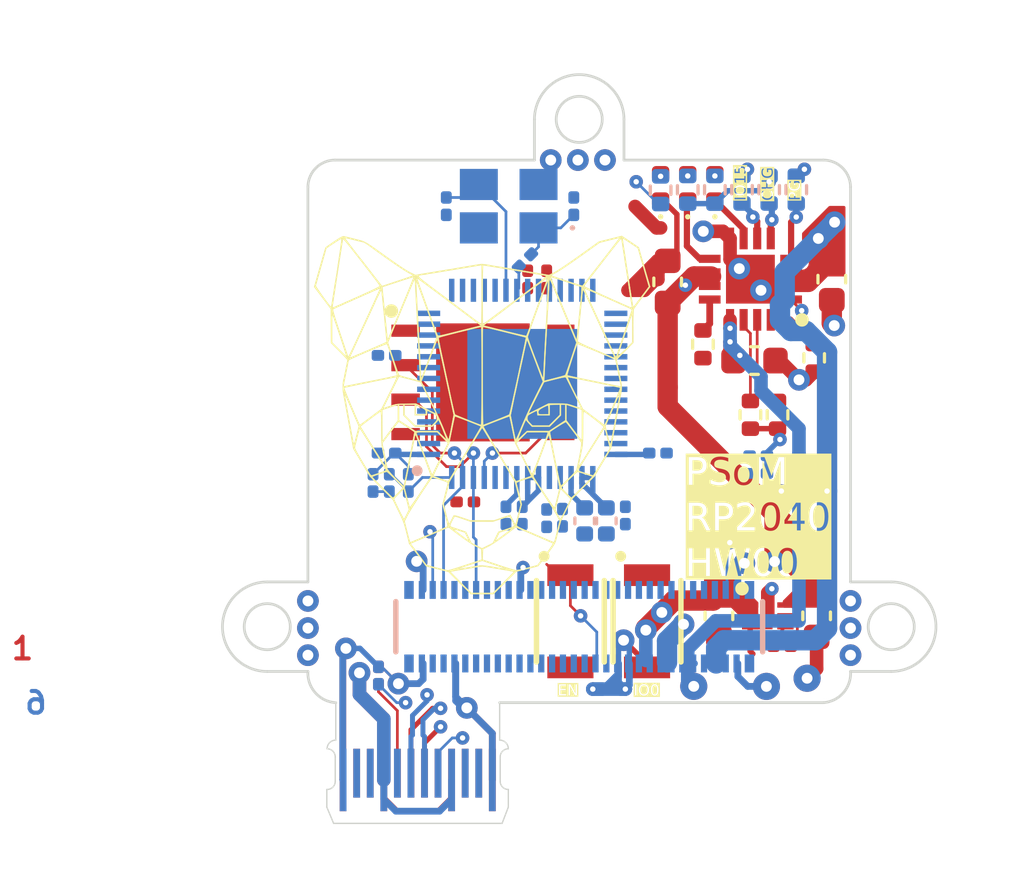
<source format=kicad_pcb>
(kicad_pcb (version 20221018) (generator pcbnew)
  (layers (0 "F.Cu" signal) (1 "In1.Cu" power) (2 "In2.Cu" mixed) (3 "In3.Cu" mixed) (4 "In4.Cu" power) (31 "B.Cu" signal) (34 "B.Paste" user) (35 "F.Paste" user) (36 "B.SilkS" user "B.Silkscreen") (37 "F.SilkS" user "F.Silkscreen") (38 "B.Mask" user) (39 "F.Mask" user) (44 "Edge.Cuts" user))
  (net 0 "")
  (net 1 "/VBAT")
  (net 2 "GND")
  (net 3 "VBUS")
  (net 4 "/VSYS")
  (net 5 "+3V3")
  (net 6 "/500_RP2040/DM")
  (net 7 "/500_RP2040/DP")
  (net 8 "Net-(C201-Pad1)")
  (net 9 "+1V1")
  (net 10 "Net-(C511-Pad1)")
  (net 11 "/500_RP2040/XIN")
  (net 12 "/300_1S_Charger/BQ_PGOOD")
  (net 13 "/300_1S_Charger/LED_PG")
  (net 14 "/300_1S_Charger/BQ_CHG")
  (net 15 "IO0")
  (net 16 "IO1")
  (net 17 "SPI0")
  (net 18 "IO2")
  (net 19 "SPI1")
  (net 20 "IO3")
  (net 21 "SPI2")
  (net 22 "IO4")
  (net 23 "SPI3")
  (net 24 "IO5")
  (net 25 "SPI4")
  (net 26 "IO6")
  (net 27 "SPI5")
  (net 28 "IO7")
  (net 29 "IO8")
  (net 30 "/300_1S_Charger/LED_CHG")
  (net 31 "IO9")
  (net 32 "IO10")
  (net 33 "IO11")
  (net 34 "IO12")
  (net 35 "IO13")
  (net 36 "IO14")
  (net 37 "IO15")
  (net 38 "IO16")
  (net 39 "IO17")
  (net 40 "IO18")
  (net 41 "IO21")
  (net 42 "/500_RP2040/LED_NET")
  (net 43 "/200_Connectors/CC1")
  (net 44 "/200_Connectors/D+")
  (net 45 "/200_Connectors/D-")
  (net 47 "/200_Connectors/CC2")
  (net 49 "/200_Connectors/BATTERY_TEMP")
  (net 50 "/200_Connectors/EN")
  (net 51 "IO19")
  (net 52 "IO20")
  (net 53 "IO22")
  (net 54 "IO23")
  (net 55 "IO24")
  (net 56 "IO25")
  (net 57 "IO26")
  (net 58 "IO27")
  (net 59 "/300_1S_Charger/BQ_CE")
  (net 60 "/300_1S_Charger/ISET")
  (net 61 "/300_1S_Charger/SYSOFF")
  (net 62 "/300_1S_Charger/TMR")
  (net 63 "/300_1S_Charger/ILIM")
  (net 64 "/300_1S_Charger/EN1")
  (net 65 "/300_1S_Charger/EN2")
  (net 66 "/400_Power/PRIM_LDO_EN")
  (net 67 "/200_Connectors/BOOT0")
  (net 68 "/500_RP2040/XOUT")
  (net 70 "/200_Connectors/SWCLK")
  (net 71 "/200_Connectors/SWD")
  (net 72 "IO28")
  (net 73 "IO29")
  (footprint "Capacitor_SMD:C_0201_0603Metric" (layer "F.Cu") (at 134.8 93.4 90)
    (fp_text reference "C501" hide)
    (fp_text value "100n")
  )
  (footprint "Resistor_SMD:R_0402_1005Metric" (layer "F.Cu") (at 143.31 98.390001 -90)
    (fp_text reference "R303" hide)
    (fp_text value "0")
  )
  (footprint "Capacitor_SMD:C_0603_1608Metric" (layer "F.Cu") (at 141.15 105.8 -90)
    (fp_text reference "C402" hide)
    (fp_text value "2u2")
  )
  (footprint "Component_lib:B3U-1000P" (layer "F.Cu") (at 138.5 106 90)
    (fp_text reference "SW501" hide)
    (fp_text value "SW_Push" hide)
  )
  (footprint "Component_lib:QFN50P300X300X100-17N-D" (layer "F.Cu") (at 142.31 93.39 180)
    (fp_text reference "U301" hide)
    (fp_text value "BQ24075RGTR" hide)
  )
  (footprint "Capacitor_SMD:C_0603_1608Metric" (layer "F.Cu") (at 145.31 93.39 -90)
    (fp_text reference "C301" hide)
    (fp_text value "4u7")
  )
  (footprint "Capacitor_SMD:C_0603_1608Metric" (layer "F.Cu") (at 142.46 96.39)
    (fp_text reference "C302" hide)
    (fp_text value "1u")
  )
  (footprint "Resistor_SMD:R_0201_0603Metric" (layer "F.Cu") (at 128.6 108 90)
    (fp_text reference "R202" hide)
    (fp_text value "5.1k")
  )
  (footprint "Component_lib:SON40P120X120X60-7N-D" (layer "F.Cu") (at 142.95 105.8)
    (fp_text reference "U401" hide)
    (fp_text value "MIC5528-3.3YMT-T5" hide)
  )
  (footprint "Resistor_SMD:R_0402_1005Metric" (layer "F.Cu") (at 140.56 95.79 90)
    (fp_text reference "R305" hide)
    (fp_text value "1k1")
  )
  (footprint "LED_SMD:LED_0402_1005Metric" (layer "F.Cu") (at 139 90 90)
    (fp_text reference "D501" hide)
    (fp_text value "LED")
  )
  (footprint "LED_SMD:LED_0402_1005Metric" (layer "F.Cu") (at 141 90 90)
    (fp_text reference "D301" hide)
    (fp_text value "LED")
  )
  (footprint "Capacitor_SMD:C_0603_1608Metric" (layer "F.Cu") (at 144.749999 105.8 -90)
    (fp_text reference "C401" hide)
    (fp_text value "2u2")
  )
  (footprint "Capacitor_SMD:C_0201_0603Metric" (layer "F.Cu") (at 134.1 93.4 90)
    (fp_text reference "C508" hide)
    (fp_text value "100n")
  )
  (footprint "Component_lib:usb-c-pcb" (layer "F.Cu") (at 130.046853 109 180)
    (fp_text reference "J201" hide)
    (fp_text value "Bare PCB USB C" hide)
    (fp_line (start -3.34 -3.85) (end -3.34 -3.2) (stroke (width 0.05)) (layer "Edge.Cuts"))
    (fp_line (start -3.11 -4.45) (end -3.34 -3.85) (stroke (width 0.05)) (layer "Edge.Cuts"))
    (fp_line (start -3.11 -4.45) (end 3.1 -4.45) (stroke (width 0.05)) (layer "Edge.Cuts"))
    (fp_line (start -3.04 -2.9) (end -3.04 -2) (stroke (width 0.05)) (layer "Edge.Cuts"))
    (fp_line (start -3.02 -1.38) (end -3.02 0) (stroke (width 0.05)) (layer "Edge.Cuts"))
    (fp_line (start 3.02 -1.38) (end 3.02 0) (stroke (width 0.05)) (layer "Edge.Cuts"))
    (fp_line (start 3.04 -2.9) (end 3.04 -2) (stroke (width 0.05)) (layer "Edge.Cuts"))
    (fp_line (start 3.1 -4.45) (end 3.35 -3.85) (stroke (width 0.05)) (layer "Edge.Cuts"))
    (fp_line (start 3.35 -3.85) (end 3.35 -3.2) (stroke (width 0.05)) (layer "Edge.Cuts"))
    (fp_arc (start -3.34 -3.2) (mid -3.127868 -3.112132) (end -3.04 -2.9) (stroke (width 0.05)) (layer "Edge.Cuts"))
    (fp_arc (start -3.04 -2) (mid -3.127868 -1.787868) (end -3.34 -1.7) (stroke (width 0.05)) (layer "Edge.Cuts"))
    (fp_arc (start -3.02 -1.38) (mid -3.246274 -1.473726) (end -3.34 -1.7) (stroke (width 0.05)) (layer "Edge.Cuts"))
    (fp_arc (start 3.04 -2.9) (mid 3.131405 -3.115714) (end 3.35 -3.2) (stroke (width 0.05)) (layer "Edge.Cuts"))
    (fp_arc (start 3.34 -1.7) (mid 3.246274 -1.473726) (end 3.02 -1.38) (stroke (width 0.05)) (layer "Edge.Cuts"))
    (fp_arc (start 3.34 -1.7) (mid 3.127868 -1.787868) (end 3.04 -2) (stroke (width 0.05)) (layer "Edge.Cuts"))
  )
  (footprint "Capacitor_SMD:C_0201_0603Metric" (layer "F.Cu") (at 131.8 101.6)
    (fp_text reference "C513" hide)
    (fp_text value "100n")
  )
  (footprint "Resistor_SMD:R_0201_0603Metric" (layer "F.Cu") (at 143.477207 106.931371 180)
    (fp_text reference "R401" hide)
    (fp_text value "0k")
  )
  (footprint "Component_lib:puma_logo_14mm" (layer "F.Cu") (at 132.4 98.4)
    (fp_text reference "G***" hide)
    (fp_text value "LOGO" hide)
  )
  (footprint "LED_SMD:LED_0402_1005Metric" (layer "F.Cu") (at 140 90 90)
    (fp_text reference "D302" hide)
    (fp_text value "LED")
  )
  (footprint "Component_lib:B3U-1000P" (layer "F.Cu") (at 135.674711 106 90)
    (fp_text reference "SW502" hide)
    (fp_text value "SW_Push" hide)
  )
  (footprint "Resistor_SMD:R_0402_1005Metric" (layer "F.Cu") (at 142.31 98.39 -90)
    (fp_text reference "R304" hide)
    (fp_text value "36k5")
  )
  (footprint "Capacitor_SMD:C_0603_1608Metric" (layer "F.Cu") (at 139.26 93.49 90)
    (fp_text reference "C303" hide)
    (fp_text value "4u7")
  )
  (footprint "Resistor_SMD:R_0402_1005Metric" (layer "F.Cu") (at 144.66 96.29 -90)
    (fp_text reference "R302" hide)
    (fp_text value "590")
  )
  (footprint "Component_lib:SON127P600X500X80-9N-D" (layer "F.Cu") (at 132.45 97.195)
    (fp_text reference "U502" hide)
    (fp_text value "W25Q128JVPIQ_TR" hide)
  )
  (footprint "Resistor_SMD:R_0402_1005Metric" (layer "B.Cu") (at 144 90.09 90)
    (fp_text reference "R301" hide)
    (fp_text value "100k")
  )
  (footprint "Resistor_SMD:R_0402_1005Metric" (layer "B.Cu") (at 141 90.094999 90)
    (fp_text reference "R308" hide)
    (fp_text value "1k5")
  )
  (footprint "Capacitor_SMD:C_0402_1005Metric" (layer "B.Cu") (at 136.2 102.3 -90)
    (fp_text reference "C503" hide)
    (fp_text value "1u")
  )
  (footprint "Capacitor_SMD:C_0201_0603Metric" (layer "B.Cu") (at 142.6 99.9)
    (fp_text reference "C201" hide)
    (fp_text value "100n")
  )
  (footprint "Resistor_SMD:R_0201_0603Metric" (layer "B.Cu") (at 129.7 100.9 -90)
    (fp_text reference "R504" hide)
    (fp_text value "nu")
  )
  (footprint "Resistor_SMD:R_0402_1005Metric" (layer "B.Cu") (at 140 90.094999 90)
    (fp_text reference "R309" hide)
    (fp_text value "1k5")
  )
  (footprint "Resistor_SMD:R_0201_0603Metric" (layer "B.Cu") (at 142.6 100.55)
    (fp_text reference "R204" hide)
    (fp_text value "470k")
  )
  (footprint "Resistor_SMD:R_0201_0603Metric" (layer "B.Cu") (at 128.4 100.9 -90)
    (fp_text reference "R507" hide)
    (fp_text value "10k")
  )
  (footprint "Resistor_SMD:R_0402_1005Metric" (layer "B.Cu") (at 143 90.09 90)
    (fp_text reference "R307" hide)
    (fp_text value "R")
  )
  (footprint "Resistor_SMD:R_0201_0603Metric" (layer "B.Cu") (at 129 100.9 -90)
    (fp_text reference "R503" hide)
    (fp_text value "1k")
  )
  (footprint "Resistor_SMD:R_0201_0603Metric" (layer "B.Cu") (at 135.383363 102.182322 90)
    (fp_text reference "R501" hide)
    (fp_text value "27")
  )
  (footprint "Capacitor_SMD:C_0201_0603Metric" (layer "B.Cu") (at 128.9 96.2 180)
    (fp_text reference "C504" hide)
    (fp_text value "100n")
  )
  (footprint "Resistor_SMD:R_0201_0603Metric" (layer "B.Cu") (at 134 92.7 -135)
    (fp_text reference "R505" hide)
    (fp_text value "1k")
  )
  (footprint "Component_lib:QFN40P700X700X90-57N-D" (layer "B.Cu") (at 133.9 97.25)
    (fp_text reference "U501" hide)
    (fp_text value "SC0914_7_" hide)
  )
  (footprint "Capacitor_SMD:C_0201_0603Metric" (layer "B.Cu") (at 131.1 90.7 -90)
    (fp_text reference "C512" hide)
    (fp_text value "15p")
  )
  (footprint "Resistor_SMD:R_0201_0603Metric" (layer "B.Cu") (at 128.6 108 90)
    (fp_text reference "R201" hide)
    (fp_text value "5.1k")
  )
  (footprint "Capacitor_SMD:C_0201_0603Metric" (layer "B.Cu") (at 133.9 102.1 -90)
    (fp_text reference "C507" hide)
    (fp_text value "100n")
  )
  (footprint "Capacitor_SMD:C_0201_0603Metric" (layer "B.Cu") (at 135.8 90.7 90)
    (fp_text reference "C511" hide)
    (fp_text value "15p")
  )
  (footprint "Resistor_SMD:R_0201_0603Metric" (layer "B.Cu") (at 142.6 101.2 180)
    (fp_text reference "R203" hide)
    (fp_text value "220k")
  )
  (footprint "Capacitor_SMD:C_0402_1005Metric" (layer "B.Cu") (at 137 102.3 -90)
    (fp_text reference "C506" hide)
    (fp_text value "1u")
  )
  (footprint "Capacitor_SMD:C_0201_0603Metric" (layer "B.Cu") (at 128.9 99.8 180)
    (fp_text reference "C505" hide)
    (fp_text value "100n")
  )
  (footprint "Resistor_SMD:R_0201_0603Metric" (layer "B.Cu") (at 134.8 102.2 90)
    (fp_text reference "R502" hide)
    (fp_text value "27")
  )
  (footprint "Resistor_SMD:R_0201_0603Metric" (layer "B.Cu") (at 141.2 101.2)
    (fp_text reference "R205" hide)
    (fp_text value "0")
  )
  (footprint "Component_lib:830105420809" (layer "B.Cu") (at 133.4 90.7 180)
    (fp_text reference "Y501" hide)
    (fp_text value "830105420809" hide)
  )
  (footprint "Resistor_SMD:R_0402_1005Metric" (layer "B.Cu") (at 139 90.11 90)
    (fp_text reference "R506" hide)
    (fp_text value "2k")
  )
  (footprint "Component_lib:DF40C-60DP-0.4V(51)" (layer "B.Cu") (at 136 106.2 180)
    (fp_text reference "J202" hide)
    (fp_text value "DF40C-60DP-0.4V(51)" hide)
  )
  (footprint "Capacitor_SMD:C_0201_0603Metric" (layer "B.Cu") (at 133.3 102.1 -90)
    (fp_text reference "C502" hide)
    (fp_text value "100n")
  )
  (footprint "Resistor_SMD:R_0402_1005Metric" (layer "B.Cu") (at 142 90.09 90)
    (fp_text reference "R306" hide)
    (fp_text value "R")
  )
  (footprint "Capacitor_SMD:C_0201_0603Metric" (layer "B.Cu") (at 138.9 99.8)
    (fp_text reference "C509" hide)
    (fp_text value "100n")
  )
  (footprint "Capacitor_SMD:C_0201_0603Metric" (layer "B.Cu") (at 137.7 102.1 -90)
    (fp_text reference "C510" hide)
    (fp_text value "100n")
  )
  (gr_circle (center 136 87.5) (end 136.85 87.5) (stroke (width 0.1)) (fill none) (layer "Edge.Cuts"))
  (gr_arc (start 147.5 104.55) (mid 149.149987 106.199994) (end 147.5 107.85) (stroke (width 0.1)) (layer "Edge.Cuts"))
  (gr_line (start 145 89) (end 137.65 89) (stroke (width 0.1)) (layer "Edge.Cuts"))
  (gr_line (start 124.5 104.55) (end 126 104.55) (stroke (width 0.1)) (layer "Edge.Cuts"))
  (gr_line (start 134.35 87.5) (end 134.35 89) (stroke (width 0.1)) (layer "Edge.Cuts"))
  (gr_arc (start 134.35 87.5) (mid 136 85.85) (end 137.65 87.5) (stroke (width 0.1)) (layer "Edge.Cuts"))
  (gr_circle (center 147.5 106.2) (end 148.35 106.2) (stroke (width 0.1)) (fill none) (layer "Edge.Cuts"))
  (gr_line (start 146 90) (end 146 104.55) (stroke (width 0.1)) (layer "Edge.Cuts"))
  (gr_line (start 146 107.85) (end 147.5 107.85) (stroke (width 0.1)) (layer "Edge.Cuts"))
  (gr_line (start 137.65 87.5) (end 137.65 89) (stroke (width 0.1)) (layer "Edge.Cuts"))
  (gr_arc (start 146 107.85) (mid 145.738171 108.632105) (end 145 109) (stroke (width 0.1)) (layer "Edge.Cuts"))
  (gr_arc (start 126 90) (mid 126.292893 89.292893) (end 127 89) (stroke (width 0.1)) (layer "Edge.Cuts"))
  (gr_line (start 124.5 107.85) (end 126 107.85) (stroke (width 0.1)) (layer "Edge.Cuts"))
  (gr_circle (center 124.5 106.2) (end 125.35 106.2) (stroke (width 0.1)) (fill none) (layer "Edge.Cuts"))
  (gr_line (start 145 109) (end 133.066853 109) (stroke (width 0.1)) (layer "Edge.Cuts"))
  (gr_arc (start 127.026853 109) (mid 126.275247 108.637674) (end 126 107.85) (stroke (width 0.1)) (layer "Edge.Cuts"))
  (gr_arc (start 124.5 107.85) (mid 122.85 106.2) (end 124.5 104.55) (stroke (width 0.1)) (layer "Edge.Cuts"))
  (gr_line (start 134.35 89) (end 127 89) (stroke (width 0.1)) (layer "Edge.Cuts"))
  (gr_line (start 147.5 104.55) (end 146 104.55) (stroke (width 0.1)) (layer "Edge.Cuts"))
  (gr_line (start 126 104.55) (end 126 90) (stroke (width 0.1)) (layer "Edge.Cuts"))
  (gr_arc (start 145 89) (mid 145.7071 89.292896) (end 146 90) (stroke (width 0.1)) (layer "Edge.Cuts"))
  (gr_text "1" (at 115 107.475) (layer "F.Cu") (effects (font (size 0.8 0.8) (thickness 0.15) bold) (justify left bottom)))
  (gr_text "6" (at 116.45 109.475) (layer "B.Cu") (effects (font (size 0.8 0.8) (thickness 0.15) bold) (justify left bottom mirror)))
  (gr_text "EN" (at 135.2 108.8) (layer "F.SilkS" knockout) (effects (font (size 0.4 0.4) (thickness 0.1)) (justify left bottom)))
  (gr_text "IO0" (at 138 108.8) (layer "F.SilkS" knockout) (effects (font (size 0.4 0.4) (thickness 0.1)) (justify left bottom)))
  (gr_text "CHG" (at 143.2 90.5 90) (layer "F.SilkS" knockout) (effects (font (size 0.4 0.4) (thickness 0.1)) (justify left bottom)))
  (gr_text "IO15" (at 142.2 90.5 90) (layer "F.SilkS" knockout) (effects (font (size 0.4 0.4) (thickness 0.1)) (justify left bottom)))
  (gr_text "PSoM\nRP2040\nHW00" (at 139.9 104.5) (layer "F.SilkS" knockout) (effects (font (size 1 1)) (justify left bottom)))
  (gr_text "PG " (at 144.2 90.5 90) (layer "F.SilkS" knockout) (effects (font (size 0.4 0.4) (thickness 0.1)) (justify left bottom)))
  (segment (start 145.31 92.615) (end 144.435 93.49) (width 0.75) (layer "F.Cu") (net 1))
  (segment (start 144.435 93.49) (end 143.86 93.49) (width 0.75) (layer "F.Cu") (net 1))
  (segment (start 143.45 101.2) (end 145.135 101.2) (width 0.1) (layer "F.Cu") (net 1))
  (via (at 145.135 101.2) (size 0.5) (drill 0.2) (layers "F.Cu" "B.Cu") (net 1))
  (via (at 144.813147 91.89) (size 0.8) (drill 0.4) (layers "F.Cu" "B.Cu") (net 1))
  (via (at 143.45 101.2) (size 0.5) (drill 0.2) (layers "F.Cu" "B.Cu") (net 1))
  (via (at 145.413147 91.29) (size 0.8) (drill 0.4) (layers "F.Cu" "B.Cu") (net 1))
  (segment (start 143.575 93.128147) (end 144.813147 91.89) (width 0.75) (layer "B.Cu") (net 1))
  (segment (start 145.413147 91.29) (end 144.813147 91.89) (width 0.75) (layer "B.Cu") (net 1))
  (segment (start 145.135 106.265) (end 145.135 101.2) (width 0.75) (layer "B.Cu") (net 1))
  (segment (start 145.135 101.2) (end 145.135 96.072437) (width 0.75) (layer "B.Cu") (net 1))
  (segment (start 143.4 94.9) (end 143.4 94.324695) (width 0.75) (layer "B.Cu") (net 1))
  (segment (start 144.7 106.7) (end 145.135 106.265) (width 0.75) (layer "B.Cu") (net 1))
  (segment (start 145.135 96.072437) (end 144.362563 95.3) (width 0.75) (layer "B.Cu") (net 1))
  (segment (start 142.92 101.2) (end 143.45 101.2) (width 0.1) (layer "B.Cu") (net 1))
  (segment (start 141.046853 107.555) (end 141.046853 106.98) (width 0.75) (layer "B.Cu") (net 1))
  (segment (start 143.575 94.149695) (end 143.575 93.128147) (width 0.75) (layer "B.Cu") (net 1))
  (segment (start 141.326853 106.7) (end 144.7 106.7) (width 0.75) (layer "B.Cu") (net 1))
  (segment (start 145.135 91.568147) (end 145.413147 91.29) (width 0.75) (layer "B.Cu") (net 1))
  (segment (start 143.8 95.3) (end 143.4 94.9) (width 0.75) (layer "B.Cu") (net 1))
  (segment (start 141.046853 106.98) (end 141.326853 106.7) (width 0.75) (layer "B.Cu") (net 1))
  (segment (start 143.4 94.324695) (end 143.575 94.149695) (width 0.75) (layer "B.Cu") (net 1))
  (segment (start 144.362563 95.3) (end 143.8 95.3) (width 0.75) (layer "B.Cu") (net 1))
  (segment (start 142.3 106.2) (end 142.8 106.2) (width 0.2) (layer "F.Cu") (net 2))
  (segment (start 138.5 107.7) (end 138.5 107.56286) (width 0.2) (layer "F.Cu") (net 2))
  (segment (start 139.6 92.375) (end 139.26 92.715) (width 0.2) (layer "F.Cu") (net 2))
  (segment (start 141.56 91.89) (end 141.56 92.66) (width 0.5) (layer "F.Cu") (net 2))
  (segment (start 139.085 90.485) (end 139.6 91) (width 0.2) (layer "F.Cu") (net 2))
  (segment (start 142.95 104.95) (end 143.1 104.8) (width 0.5) (layer "F.Cu") (net 2))
  (segment (start 142.95 105.8) (end 142.95 104.95) (width 0.5) (layer "F.Cu") (net 2))
  (segment (start 144.749999 107.750001) (end 144.4 108.1) (width 0.5) (layer "F.Cu") (net 2))
  (segment (start 144.749999 106.575) (end 144.749999 107.750001) (width 0.5) (layer "F.Cu") (net 2))
  (segment (start 142.31 98.9) (end 143.309999 98.9) (width 0.2) (layer "F.Cu") (net 2))
  (segment (start 138.5 107.56286) (end 137.635463 106.698323) (width 0.2) (layer "F.Cu") (net 2))
  (segment (start 137.8 93.8) (end 138.4 93.8) (width 0.5) (layer "F.Cu") (net 2))
  (segment (start 144.36 97.1) (end 144.66 96.8) (width 0.5) (layer "F.Cu") (net 2))
  (segment (start 138.9 93.075) (end 139.26 92.715) (width 0.5) (layer "F.Cu") (net 2))
  (segment (start 142.95 106.05) (end 142.95 105.8) (width 0.2) (layer "F.Cu") (net 2))
  (segment (start 145.31 94.165) (end 145.31 95.01) (width 0.75) (layer "F.Cu") (net 2))
  (segment (start 141.296739 91.626739) (end 141.56 91.89) (width 0.5) (layer "F.Cu") (net 2))
  (segment (start 132.796853 111.85) (end 132.796853 110.132157) (width 0.25) (layer "F.Cu") (net 2))
  (segment (start 143.235 96.39) (end 143.39 96.39) (width 0.5) (layer "F.Cu") (net 2))
  (segment (start 128.6 107.68) (end 128.716876 107.68) (width 0.1) (layer "F.Cu") (net 2))
  (segment (start 143.31 99.21) (end 143.4 99.3) (width 0.2) (layer "F.Cu") (net 2))
  (segment (start 132.796853 110.132157) (end 131.856298 109.191602) (width 0.25) (layer "F.Cu") (net 2))
  (segment (start 143.39 96.39) (end 144.1 97.1) (width 0.5) (layer "F.Cu") (net 2))
  (segment (start 140.573261 91.626739) (end 141.296739 91.626739) (width 0.5) (layer "F.Cu") (net 2))
  (segment (start 138.885 92.715) (end 137.8 93.8) (width 0.5) (layer "F.Cu") (net 2))
  (segment (start 142.8 106.2) (end 142.95 106.05) (width 0.2) (layer "F.Cu") (net 2))
  (segment (start 142.3 107.1) (end 142.4 107.2) (width 0.2) (layer "F.Cu") (net 2))
  (segment (start 138.9 93.4) (end 138.9 93.075) (width 0.5) (layer "F.Cu") (net 2))
  (segment (start 139 90.485) (end 139.085 90.485) (width 0.2) (layer "F.Cu") (net 2))
  (segment (start 127.285 107.115) (end 127.4 107) (width 0.25) (layer "F.Cu") (net 2))
  (segment (start 139.6 91) (end 139.6 92.375) (width 0.2) (layer "F.Cu") (net 2))
  (segment (start 143.309999 98.9) (end 143.31 98.900001) (width 0.2) (layer "F.Cu") (net 2))
  (segment (start 138.8 93.4) (end 138.9 93.4) (width 0.5) (layer "F.Cu") (net 2))
  (segment (start 139.26 92.715) (end 138.885 92.715) (width 0.5) (layer "F.Cu") (net 2))
  (segment (start 144.1 97.1) (end 144.36 97.1) (width 0.5) (layer "F.Cu") (net 2))
  (segment (start 128.716876 107.68) (end 129.336223 108.299347) (width 0.1) (layer "F.Cu") (net 2))
  (segment (start 138.4 93.8) (end 138.8 93.4) (width 0.5) (layer "F.Cu") (net 2))
  (segment (start 127.285 111.838147) (end 127.285 107.115) (width 0.25) (layer "F.Cu") (net 2))
  (segment (start 141.56 92.66) (end 141.9 93) (width 0.5) (layer "F.Cu") (net 2))
  (segment (start 127.296853 111.85) (end 127.285 111.838147) (width 0.25) (layer "F.Cu") (net 2))
  (segment (start 145.31 95.01) (end 145.4 95.1) (width 0.75) (layer "F.Cu") (net 2))
  (segment (start 143.31 98.900001) (end 143.31 99.21) (width 0.2) (layer "F.Cu") (net 2))
  (segment (start 142.3 106.2) (end 142.3 107.1) (width 0.2) (layer "F.Cu") (net 2))
  (via (at 133.93 104.02) (size 0.5) (drill 0.2) (layers "F.Cu" "B.Cu") (net 2))
  (via (at 146 107.25) (size 0.8) (drill 0.4) (layers "F.Cu" "B.Cu") (net 2))
  (via (at 146 105.25) (size 0.8) (drill 0.4) (layers "F.Cu" "B.Cu") (net 2))
  (via (at 144.3 89.3395) (size 0.5) (drill 0.2) (layers "F.Cu" "B.Cu") (net 2))
  (via (at 134.95 89) (size 0.8) (drill 0.4) (layers "F.Cu" "B.Cu") (net 2))
  (via (at 131.856298 109.191602) (size 0.8) (drill 0.4) (layers "F.Cu" "B.Cu") (net 2))
  (via (at 130.007353 103.79) (size 0.8) (drill 0.4) (layers "F.Cu" "B.Cu") (net 2))
  (via (at 145.4 95.1) (size 0.8) (drill 0.4) (layers "F.Cu" "B.Cu") (net 2))
  (via (at 137.7 108.5) (size 0.5) (drill 0.2) (layers "F.Cu" "B.Cu") (net 2))
  (via (at 146 106.25) (size 0.8) (drill 0.4) (layers "F.Cu" "B.Cu") (net 2))
  (via (at 126 105.25) (size 0.8) (drill 0.4) (layers "F.Cu" "B.Cu") (net 2))
  (via (at 142.086353 103.86) (size 0.8) (drill 0.4) (layers "F.Cu" "B.Cu") (net 2))
  (via (at 144.1 97.1) (size 0.8) (drill 0.4) (layers "F.Cu" "B.Cu") (net 2))
  (via (at 126 106.250001) (size 0.8) (drill 0.4) (layers "F.Cu" "B.Cu") (net 2))
  (via (at 143.1 104.8) (size 0.5) (drill 0.2) (layers "F.Cu" "B.Cu") (net 2))
  (via (at 129.336223 108.299347) (size 0.8) (drill 0.4) (layers "F.Cu" "B.Cu") (net 2))
  (via (at 126 107.25) (size 0.8) (drill 0.4) (layers "F.Cu" "B.Cu") (net 2))
  (via (at 144.4 108.1) (size 1) (drill 0.4) (layers "F.Cu" "B.Cu") (net 2))
  (via (at 142.2 89.3395) (size 0.5) (drill 0.2) (layers "F.Cu" "B.Cu") (net 2))
  (via (at 142.7 93.8) (size 0.8) (drill 0.4) (layers "F.Cu" "B.Cu") (net 2))
  (via (at 136.5 108.5) (size 0.5) (drill 0.2) (layers "F.Cu" "B.Cu") (net 2))
  (via (at 141.9 93) (size 0.8) (drill 0.4) (layers "F.Cu" "B.Cu") (net 2))
  (via (at 136.95 89) (size 0.8) (drill 0.4) (layers "F.Cu" "B.Cu") (net 2))
  (via (at 135.95 89) (size 0.8) (drill 0.4) (layers "F.Cu" "B.Cu") (net 2))
  (via (at 142.9 108.4) (size 1) (drill 0.4) (layers "F.Cu" "B.Cu") (net 2))
  (via (at 143.4 99.3) (size 0.5) (drill 0.2) (layers "F.Cu" "B.Cu") (net 2))
  (via (at 127.4 107) (size 0.8) (drill 0.4) (layers "F.Cu" "B.Cu") (net 2))
  (via (at 137.635463 106.698323) (size 0.8) (drill 0.4) (layers "F.Cu" "B.Cu") (net 2))
  (via (at 140.573261 91.626739) (size 0.8) (drill 0.4) (layers "F.Cu" "B.Cu") (net 2))
  (segment (start 137.446853 108.246853) (end 137.7 108.5) (width 0.25) (layer "B.Cu") (net 2))
  (segment (start 131.446853 107.555) (end 131.446853 108.782157) (width 0.25) (layer "B.Cu") (net 2))
  (segment (start 130.246853 104.0295) (end 130.007353 103.79) (width 0.25) (layer "B.Cu") (net 2))
  (segment (start 128.6 107.68) (end 128.716876 107.68) (width 0.1) (layer "B.Cu") (net 2))
  (segment (start 141.846853 104.845) (end 141.846853 104.0995) (width 0.25) (layer "B.Cu") (net 2))
  (segment (start 142.9 108.4) (end 142.211853 108.4) (width 0.25) (layer "B.Cu") (net 2))
  (segment (start 137.446853 106.886933) (end 137.635463 106.698323) (width 0.2) (layer "B.Cu") (net 2))
  (segment (start 132.796853 110.132157) (end 131.856298 109.191602) (width 0.25) (layer "B.Cu") (net 2))
  (segment (start 136.846853 108.5) (end 136.5 108.5) (width 0.5) (layer "B.Cu") (net 2))
  (segment (start 130.246853 107.555) (end 130.246853 108.135) (width 0.25) (layer "B.Cu") (net 2))
  (segment (start 131.446853 107.555) (end 131.446853 108.931139) (width 0.25) (layer "B.Cu") (net 2))
  (segment (start 127.285 107.115) (end 127.4 107) (width 0.25) (layer "B.Cu") (net 2))
  (segment (start 137.846853 107.555) (end 137.846853 106.909713) (width 0.2) (layer "B.Cu") (net 2))
  (segment (start 136.976853 108.5) (end 136.5 108.5) (width 0.25) (layer "B.Cu") (net 2))
  (segment (start 130.246853 108.135) (end 130.082506 108.299347) (width 0.25) (layer "B.Cu") (net 2))
  (segment (start 142 89.5395) (end 142.2 89.3395) (width 0.25) (layer "B.Cu") (net 2))
  (segment (start 133.846853 104.103147) (end 133.93 104.02) (width 0.25) (layer "B.Cu") (net 2))
  (segment (start 133.846853 104.845) (end 133.846853 104.103147) (width 0.25) (layer "B.Cu") (net 2))
  (segment (start 128.716876 107.68) (end 129.336223 108.299347) (width 0.1) (layer "B.Cu") (net 2))
  (segment (start 130.082506 108.299347) (end 129.336223 108.299347) (width 0.25) (layer "B.Cu") (net 2))
  (segment (start 136.5 108.5) (end 137.7 108.5) (width 0.5) (layer "B.Cu") (net 2))
  (segment (start 137.846853 107.555) (end 137.846853 108.096853) (width 0.25) (layer "B.Cu") (net 2))
  (segment (start 142 89.58) (end 142 89.5395) (width 0.25) (layer "B.Cu") (net 2))
  (segment (start 142.92 99.9) (end 142.92 99.78) (width 0.2) (layer "B.Cu") (net 2))
  (segment (start 127.296853 111.85) (end 127.285 111.838147) (width 0.25) (layer "B.Cu") (net 2))
  (segment (start 131.446853 108.931139) (end 131.76787 109.252156) (width 0.25) (layer "B.Cu") (net 2))
  (segment (start 142.92 100.55) (end 142.92 99.9) (width 0.2) (layer "B.Cu") (net 2))
  (segment (start 137.446853 107.9) (end 136.846853 108.5) (width 0.2) (layer "B.Cu") (net 2))
  (segment (start 137.446853 107.555) (end 137.446853 108.03) (width 0.25) (layer "B.Cu") (net 2))
  (segment (start 144 89.58) (end 144.0595 89.58) (width 0.25) (layer "B.Cu") (net 2))
  (segment (start 142.211853 108.4) (end 141.846853 108.035) (width 0.25) (layer "B.Cu") (net 2))
  (segment (start 127.92 107) (end 128.6 107.68) (width 0.2) (layer "B.Cu") (net 2))
  (segment (start 137.7 108.5) (end 137.525853 108.5) (width 0.5) (layer "B.Cu") (net 2))
  (segment (start 137.446853 107.555) (end 137.446853 107.9) (width 0.2) (layer "B.Cu") (net 2))
  (segment (start 132.796853 111.85) (end 132.796853 110.132157) (width 0.25) (layer "B.Cu") (net 2))
  (segment (start 137.446853 108.03) (end 136.976853 108.5) (width 0.25) (layer "B.Cu") (net 2))
  (segment (start 130.246853 108.135) (end 130.231592 108.150261) (width 0.25) (layer "B.Cu") (net 2))
  (segment (start 141.846853 108.035) (end 141.846853 107.555) (width 0.25) (layer "B.Cu") (net 2))
  (segment (start 131.446853 108.782157) (end 131.856298 109.191602) (width 0.25) (layer "B.Cu") (net 2))
  (segment (start 142.92 99.78) (end 143.4 99.3) (width 0.2) (layer "B.Cu") (net 2))
  (segment (start 137.846853 108.353147) (end 137.7 108.5) (width 0.25) (layer "B.Cu") (net 2))
  (segment (start 127.285 111.838147) (end 127.285 107.115) (width 0.25) (layer "B.Cu") (net 2))
  (segment (start 144.0595 89.58) (end 144.3 89.3395) (width 0.25) (layer "B.Cu") (net 2))
  (segment (start 137.446853 107.555) (end 137.446853 108.246853) (width 0.25) (layer "B.Cu") (net 2))
  (segment (start 137.846853 107.555) (end 137.846853 108.353147) (width 0.25) (layer "B.Cu") (net 2))
  (segment (start 137.846853 106.909713) (end 137.635463 106.698323) (width 0.2) (layer "B.Cu") (net 2))
  (segment (start 130.246853 104.845) (end 130.246853 104.0295) (width 0.25) (layer "B.Cu") (net 2))
  (segment (start 127.4 107) (end 127.92 107) (width 0.2) (layer "B.Cu") (net 2))
  (segment (start 141.846853 104.0995) (end 142.086353 103.86) (width 0.25) (layer "B.Cu") (net 2))
  (segment (start 137.446853 107.555) (end 137.446853 106.886933) (width 0.2) (layer "B.Cu") (net 2))
  (segment (start 128.796853 111.85) (end 128.796853 109.596853) (width 0.5) (layer "F.Cu") (net 3))
  (segment (start 128.796853 112.505) (end 129.291853 113) (width 0.2) (layer "F.Cu") (net 3))
  (segment (start 131.296853 112.505) (end 131.296853 111.85) (width 0.2) (layer "F.Cu") (net 3))
  (segment (start 129.291853 113) (end 130.801853 113) (width 0.2) (layer "F.Cu") (net 3))
  (segment (start 141.56 95.7) (end 141.56 96.265) (width 0.5) (layer "F.Cu") (net 3))
  (segment (start 127.9 108.7) (end 127.9 107.9) (width 0.5) (layer "F.Cu") (net 3))
  (segment (start 128.796853 111.85) (end 128.796853 112.505) (width 0.2) (layer "F.Cu") (net 3))
  (segment (start 141.56 94.89) (end 141.56 95.2) (width 0.5) (layer "F.Cu") (net 3))
  (segment (start 128.796853 109.596853) (end 127.9 108.7) (width 0.5) (layer "F.Cu") (net 3))
  (segment (start 130.801853 113) (end 131.296853 112.505) (width 0.2) (layer "F.Cu") (net 3))
  (via (at 141.56 95.7) (size 0.5) (drill 0.2) (layers "F.Cu" "B.Cu") (net 3))
  (via (at 127.9 107.9) (size 0.8) (drill 0.4) (layers "F.Cu" "B.Cu") (net 3))
  (via (at 141.56 95.2) (size 0.5) (drill 0.2) (layers "F.Cu" "B.Cu") (net 3))
  (via (at 140.221102 108.397676) (size 1) (drill 0.4) (layers "F.Cu" "B.Cu") (net 3))
  (via (at 141.9205 96.2) (size 0.5) (drill 0.2) (layers "F.Cu" "B.Cu") (net 3))
  (segment (start 131.296853 112.555) (end 130.851853 113) (width 0.25) (layer "B.Cu") (net 3))
  (segment (start 140 107.555) (end 140 107.015691) (width 0.5) (layer "B.Cu") (net 3))
  (segment (start 141.56 95.7) (end 141.56 95.8395) (width 0.5) (layer "B.Cu") (net 3))
  (segment (start 128.796853 112.555) (end 128.796853 111.85) (width 0.25) (layer "B.Cu") (net 3))
  (segment (start 141.030691 105.985) (end 144.1 105.985) (width 0.5) (layer "B.Cu") (net 3))
  (segment (start 127.9 108.7) (end 127.9 107.9) (width 0.5) (layer "B.Cu") (net 3))
  (segment (start 141.56 95.8395) (end 141.9205 96.2) (width 0.5) (layer "B.Cu") (net 3))
  (segment (start 144.1 99.8) (end 144.1 98.9) (width 0.5) (layer "B.Cu") (net 3))
  (segment (start 130.851853 113) (end 129.241853 113) (width 0.25) (layer "B.Cu") (net 3))
  (segment (start 140 107.555) (end 139.846853 107.555) (width 0.25) (layer "B.Cu") (net 3))
  (segment (start 140 108.176574) (end 140.221102 108.397676) (width 0.5) (layer "B.Cu") (net 3))
  (segment (start 141.56 95.7) (end 141.56 95.2) (width 0.5) (layer "B.Cu") (net 3))
  (segment (start 144.1 105.985) (end 144.1 99.8) (width 0.5) (layer "B.Cu") (net 3))
  (segment (start 140 107.555) (end 140 108.176574) (width 0.5) (layer "B.Cu") (net 3))
  (segment (start 142.7 97.5) (end 142.7 96.9795) (width 0.5) (layer "B.Cu") (net 3))
  (segment (start 129.241853 113) (end 128.796853 112.555) (width 0.25) (layer "B.Cu") (net 3))
  (segment (start 128.796853 111.85) (end 128.796853 109.596853) (width 0.5) (layer "B.Cu") (net 3))
  (segment (start 144.1 98.9) (end 142.7 97.5) (width 0.5) (layer "B.Cu") (net 3))
  (segment (start 140 107.015691) (end 141.030691 105.985) (width 0.5) (layer "B.Cu") (net 3))
  (segment (start 140.246853 107.555) (end 140 107.555) (width 0.25) (layer "B.Cu") (net 3))
  (segment (start 142.7 96.9795) (end 141.9205 96.2) (width 0.5) (layer "B.Cu") (net 3))
  (segment (start 128.796853 109.596853) (end 127.9 108.7) (width 0.5) (layer "B.Cu") (net 3))
  (segment (start 131.296853 111.85) (end 131.296853 112.555) (width 0.25) (layer "B.Cu") (net 3))
  (segment (start 139.26 94.265) (end 140.235 93.29) (width 0.75) (layer "F.Cu") (net 4))
  (segment (start 143.0375 101.8625) (end 139.26 98.085) (width 0.75) (layer "F.Cu") (net 4))
  (segment (start 143.797207 106.931371) (end 144.039999 106.688579) (width 0.1) (layer "F.Cu") (net 4))
  (segment (start 143.499999 102.725) (end 144.749999 103.975) (width 0.75) (layer "F.Cu") (net 4))
  (segment (start 143.2 103.2) (end 143.2 103.8) (width 0.75) (layer "F.Cu") (net 4))
  (segment (start 144.749999 103.574999) (end 143.0375 101.8625) (width 0.75) (layer "F.Cu") (net 4))
  (segment (start 143.2 102.025) (end 143.0375 101.8625) (width 0.75) (layer "F.Cu") (net 4))
  (segment (start 140.235 93.29) (end 140.86 93.29) (width 0.75) (layer "F.Cu") (net 4))
  (segment (start 144.039999 105.64201) (end 143.797989 105.4) (width 0.1) (layer "F.Cu") (net 4))
  (segment (start 144.749999 104.749999) (end 144.749999 103.975) (width 0.75) (layer "F.Cu") (net 4))
  (segment (start 144.749999 104.749999) (end 144.749999 105.025) (width 0.75) (layer "F.Cu") (net 4))
  (segment (start 144.039999 106.688579) (end 144.039999 105.64201) (width 0.1) (layer "F.Cu") (net 4))
  (segment (start 143.2 103.2) (end 143.2 102.725) (width 0.75) (layer "F.Cu") (net 4))
  (segment (start 143.797989 105.4) (end 143.6 105.4) (width 0.1) (layer "F.Cu") (net 4))
  (segment (start 139.26 94.265) (end 139.26 97.375) (width 0.75) (layer "F.Cu") (net 4))
  (segment (start 144.749999 103.975) (end 144.749999 103.574999) (width 0.75) (layer "F.Cu") (net 4))
  (segment (start 143.2 102.725) (end 143.2 102.025) (width 0.75) (layer "F.Cu") (net 4))
  (segment (start 143.2 102.725) (end 143.499999 102.725) (width 0.75) (layer "F.Cu") (net 4))
  (segment (start 143.2 103.2) (end 144.749999 104.749999) (width 0.75) (layer "F.Cu") (net 4))
  (segment (start 139.26 98.085) (end 139.26 97.375) (width 0.75) (layer "F.Cu") (net 4))
  (via (at 143.2 103.8) (size 0.8) (drill 0.4) (layers "F.Cu" "B.Cu") (net 4))
  (via (at 143 89.8) (size 0.5) (drill 0.2) (layers "F.Cu" "B.Cu") (net 4))
  (via (at 139.844773 106.110964) (size 0.8) (drill 0.4) (layers "F.Cu" "B.Cu") (net 4))
  (via (at 139.9125 93.6125) (size 0.5) (drill 0.2) (layers "F.Cu" "B.Cu") (net 4))
  (segment (start 141.474999 90.13) (end 142.67 90.13) (width 0.2) (layer "B.Cu") (net 4))
  (segment (start 139.046853 107.555) (end 139.446853 107.555) (width 0.1) (layer "B.Cu") (net 4))
  (segment (start 139.844773 106.110964) (end 139.236853 106.718884) (width 0.75) (layer "B.Cu") (net 4))
  (segment (start 140 90.604999) (end 141 90.604999) (width 0.2) (layer "B.Cu") (net 4))
  (segment (start 139.236853 106.718884) (end 139.236853 107.518147) (width 0.75) (layer "B.Cu") (net 4))
  (segment (start 143 89.58) (end 143 89.8) (width 0.1) (layer "B.Cu") (net 4))
  (segment (start 142.67 90.13) (end 143 89.8) (width 0.2) (layer "B.Cu") (net 4))
  (segment (start 141 90.604999) (end 141.474999 90.13) (width 0.2) (layer "B.Cu") (net 4))
  (segment (start 140.939036 105.235964) (end 139.483043 105.235964) (width 0.75) (layer "F.Cu") (net 5))
  (segment (start 139.483043 105.235964) (end 139.044506 105.674501) (width 0.75) (layer "F.Cu") (net 5))
  (segment (start 138.454901 106.327346) (end 138.454901 106.264106) (width 0.75) (layer "F.Cu") (net 5))
  (segment (start 139 91.5) (end 138.85 91.5) (width 0.5) (layer "F.Cu") (net 5))
  (segment (start 138.454901 106.264106) (end 139.044506 105.674501) (width 0.75) (layer "F.Cu") (net 5))
  (segment (start 138.85 91.5) (end 138.06 90.71) (width 0.5) (layer "F.Cu") (net 5))
  (segment (start 141.15 105.025) (end 140.939036 105.235964) (width 0.75) (layer "F.Cu") (net 5))
  (via (at 138.454901 106.327346) (size 0.8) (drill 0.4) (layers "F.Cu" "B.Cu") (net 5))
  (via (at 139.044506 105.674501) (size 0.8) (drill 0.4) (layers "F.Cu" "B.Cu") (net 5))
  (segment (start 129.7 100.28) (end 129.22 99.8) (width 0.1) (layer "B.Cu") (net 5))
  (segment (start 134.1 100.7) (end 134.5 100.7) (width 0.2) (layer "B.Cu") (net 5))
  (segment (start 129.18 99.8) (end 129.22 99.8) (width 0.1) (layer "B.Cu") (net 5))
  (segment (start 129.7 100.58) (end 129.7 100.28) (width 0.1) (layer "B.Cu") (net 5))
  (segment (start 133.9 101.78) (end 134.1 101.58) (width 0.2) (layer "B.Cu") (net 5))
  (segment (start 136.5 101.32) (end 137 101.82) (width 0.2) (layer "B.Cu") (net 5))
  (segment (start 136.1 100.92) (end 137 101.82) (width 0.2) (layer "B.Cu") (net 5))
  (segment (start 138.454901 106.327346) (end 138.454901 107.445099) (width 0.5) (layer "B.Cu") (net 5))
  (segment (start 134.1 101.58) (end 134.1 100.7) (width 0.2) (layer "B.Cu") (net 5))
  (segment (start 138.53 99.85) (end 138.58 99.8) (width 0.2) (layer "B.Cu") (net 5))
  (segment (start 133.9 101.78) (end 134.5 101.18) (width 0.2) (layer "B.Cu") (net 5))
  (segment (start 128.4 100.58) (end 129.18 99.8) (width 0.1) (layer "B.Cu") (net 5))
  (segment (start 129.27 99.85) (end 129.22 99.8) (width 0.2) (layer "B.Cu") (net 5))
  (segment (start 137.35 99.85) (end 138.53 99.85) (width 0.2) (layer "B.Cu") (net 5))
  (segment (start 130.45 99.85) (end 129.27 99.85) (width 0.2) (layer "B.Cu") (net 5))
  (segment (start 134.5 101.18) (end 134.5 100.7) (width 0.2) (layer "B.Cu") (net 5))
  (segment (start 136.5 100.7) (end 136.5 101.32) (width 0.2) (layer "B.Cu") (net 5))
  (segment (start 136.1 100.7) (end 136.1 100.92) (width 0.2) (layer "B.Cu") (net 5))
  (segment (start 136.1 100.7) (end 136.5 100.7) (width 0.2) (layer "B.Cu") (net 5))
  (segment (start 136.2 101.82) (end 135.7 101.32) (width 0.2) (layer "B.Cu") (net 9))
  (segment (start 135.7 101.32) (end 135.7 100.7) (width 0.2) (layer "B.Cu") (net 9))
  (segment (start 133.3 101.78) (end 133.3 101.725) (width 0.2) (layer "B.Cu") (net 9))
  (segment (start 133.3 101.725) (end 133.7 101.325) (width 0.2) (layer "B.Cu") (net 9))
  (segment (start 133.7 101.325) (end 133.7 100.7) (width 0.2) (layer "B.Cu") (net 9))
  (segment (start 134.5 92.2) (end 134.5 91.5) (width 0.1) (layer "B.Cu") (net 10))
  (segment (start 135.32 91.5) (end 134.5 91.5) (width 0.1) (layer "B.Cu") (net 10))
  (segment (start 135.8 91.02) (end 135.32 91.5) (width 0.1) (layer "B.Cu") (net 10))
  (segment (start 134.226274 92.473726) (end 134.5 92.2) (width 0.1) (layer "B.Cu") (net 10))
  (segment (start 133.3 90.9) (end 133.3 93.8) (width 0.1) (layer "B.Cu") (net 11))
  (segment (start 131.82 90.38) (end 131.1 90.38) (width 0.1) (layer "B.Cu") (net 11))
  (segment (start 132.3 89.9) (end 131.82 90.38) (width 0.1) (layer "B.Cu") (net 11))
  (segment (start 132.3 89.9) (end 133.3 90.9) (width 0.1) (layer "B.Cu") (net 11))
  (segment (start 141 90.485) (end 142.06 91.545) (width 0.228) (layer "F.Cu") (net 12))
  (segment (start 142.06 91.545) (end 142.06 91.89) (width 0.228) (layer "F.Cu") (net 12))
  (segment (start 141 89.515) (end 141 89.584999) (width 0.228) (layer "F.Cu") (net 13))
  (via (at 141 89.584999) (size 0.5) (drill 0.2) (layers "F.Cu" "B.Cu") (net 13))
  (segment (start 140 90.485) (end 139.969261 90.515739) (width 0.228) (layer "F.Cu") (net 14))
  (segment (start 139.969261 92.169261) (end 140.44 92.64) (width 0.228) (layer "F.Cu") (net 14))
  (segment (start 140.44 92.64) (end 140.81 92.64) (width 0.228) (layer "F.Cu") (net 14))
  (segment (start 139.969261 90.515739) (end 139.969261 92.169261) (width 0.228) (layer "F.Cu") (net 14))
  (segment (start 132.8 99.8) (end 134.025 99.8) (width 0.1) (layer "F.Cu") (net 17))
  (segment (start 134.025 99.8) (end 134.725 99.1) (width 0.1) (layer "F.Cu") (net 17))
  (segment (start 134.725 99.1) (end 135.3 99.1) (width 0.1) (layer "F.Cu") (net 17))
  (via (at 130.5 102.7) (size 0.5) (drill 0.2) (layers "F.Cu" "B.Cu") (net 17))
  (via (at 132.8 99.8) (size 0.5) (drill 0.2) (layers "F.Cu" "B.Cu") (net 17))
  (segment (start 132.5 100.7) (end 132.5 100.1) (width 0.1) (layer "B.Cu") (net 17))
  (segment (start 130.6 102.8) (end 130.5 102.7) (width 0.1) (layer "B.Cu") (net 17))
  (segment (start 132.5 100.1) (end 132.8 99.8) (width 0.1) (layer "B.Cu") (net 17))
  (segment (start 130.6 104.845) (end 130.6 102.8) (width 0.1) (layer "B.Cu") (net 17))
  (segment (start 130.875 99.8) (end 131.4 99.8) (width 0.1) (layer "F.Cu") (net 19))
  (segment (start 130.585 97.545) (end 130.585 99.51) (width 0.1) (layer "F.Cu") (net 19))
  (segment (start 129.6 96.56) (end 130.585 97.545) (width 0.1) (layer "F.Cu") (net 19))
  (segment (start 130.585 99.51) (end 130.875 99.8) (width 0.1) (layer "F.Cu") (net 19))
  (via (at 131.4 99.8) (size 0.5) (drill 0.2) (layers "F.Cu" "B.Cu") (net 19))
  (segment (start 131.7 100.1) (end 131.4 99.8) (width 0.1) (layer "B.Cu") (net 19))
  (segment (start 131.7 100.7) (end 131.7 100.1) (width 0.1) (layer "B.Cu") (net 19))
  (segment (start 131.7 100.7) (end 131.7 101.025) (width 0.1) (layer "B.Cu") (net 19))
  (segment (start 131.7 101.025) (end 131 101.725) (width 0.1) (layer "B.Cu") (net 19))
  (segment (start 131 101.725) (end 131 104.845) (width 0.1) (layer "B.Cu") (net 19))
  (segment (start 129.06 100.58) (end 129.7 101.22) (width 0.1) (layer "B.Cu") (net 23))
  (segment (start 129 100.58) (end 129.06 100.58) (width 0.1) (layer "B.Cu") (net 23))
  (segment (start 130.22 100.7) (end 131.3 100.7) (width 0.1) (layer "B.Cu") (net 23))
  (segment (start 129.7 101.22) (end 130.22 100.7) (width 0.1) (layer "B.Cu") (net 23))
  (segment (start 130.37 99.5637) (end 131.1063 100.3) (width 0.1) (layer "F.Cu") (net 25))
  (segment (start 131.1063 100.3) (end 131.6 100.3) (width 0.1) (layer "F.Cu") (net 25))
  (segment (start 129.6 97.83) (end 129.9 97.83) (width 0.1) (layer "F.Cu") (net 25))
  (segment (start 129.9 97.83) (end 130.37 98.3) (width 0.1) (layer "F.Cu") (net 25))
  (segment (start 131.6 100.3) (end 132.1 99.8) (width 0.1) (layer "F.Cu") (net 25))
  (segment (start 130.37 98.3) (end 130.37 99.5637) (width 0.1) (layer "F.Cu") (net 25))
  (via (at 132.1 99.8) (size 0.5) (drill 0.2) (layers "F.Cu" "B.Cu") (net 25))
  (segment (start 132.1 102.9) (end 132.2 103) (width 0.1) (layer "B.Cu") (net 25))
  (segment (start 132.1 99.8) (end 132.1 100.7) (width 0.1) (layer "B.Cu") (net 25))
  (segment (start 132.2 103) (end 132.2 104.845) (width 0.1) (layer "B.Cu") (net 25))
  (segment (start 132.1 100.7) (end 132.1 102.9) (width 0.1) (layer "B.Cu") (net 25))
  (segment (start 140 89.515) (end 140 89.584999) (width 0.228) (layer "F.Cu") (net 30))
  (via (at 140 89.584999) (size 0.5) (drill 0.2) (layers "F.Cu" "B.Cu") (net 30))
  (via (at 138.1 89.8) (size 0.5) (drill 0.2) (layers "F.Cu" "B.Cu") (net 37))
  (segment (start 139 90.62) (end 138.92 90.62) (width 0.1) (layer "B.Cu") (net 37))
  (segment (start 138.92 90.62) (end 138.1 89.8) (width 0.1) (layer "B.Cu") (net 37))
  (segment (start 139 89.515) (end 139 89.6) (width 0.228) (layer "F.Cu") (net 42))
  (via (at 139 89.6) (size 0.5) (drill 0.2) (layers "F.Cu" "B.Cu") (net 42))
  (segment (start 129.296853 111.6) (end 129.296853 109.296853) (width 0.1) (layer "F.Cu") (net 43))
  (segment (start 129.296853 109.296853) (end 128.6 108.6) (width 0.1) (layer "F.Cu") (net 43))
  (segment (start 128.6 108.6) (end 128.6 108.32) (width 0.1) (layer "F.Cu") (net 43))
  (segment (start 129.796853 110.003147) (end 129.796853 111.6) (width 0.182) (layer "F.Cu") (net 44))
  (segment (start 130.591451 109.208549) (end 129.796853 110.003147) (width 0.182) (layer "F.Cu") (net 44))
  (segment (start 130.888549 109.208549) (end 130.591451 109.208549) (width 0.182) (layer "F.Cu") (net 44))
  (via (at 130.888549 109.208549) (size 0.5) (drill 0.2) (layers "F.Cu" "B.Cu") (net 44))
  (segment (start 130.239353 110.192499) (end 130.239353 109.632884) (width 0.182) (layer "B.Cu") (net 44))
  (segment (start 130.296853 110.249999) (end 130.239353 110.192499) (width 0.182) (layer "B.Cu") (net 44))
  (segment (start 130.296853 111.6) (end 130.296853 110.249999) (width 0.182) (layer "B.Cu") (net 44))
  (segment (start 130.663688 109.208549) (end 130.888549 109.208549) (width 0.182) (layer "B.Cu") (net 44))
  (segment (start 130.239353 109.632884) (end 130.663688 109.208549) (width 0.182) (layer "B.Cu") (net 44))
  (segment (start 130.89 109.89) (end 130.296853 110.483147) (width 0.182) (layer "F.Cu") (net 45))
  (segment (start 130.296853 110.483147) (end 130.296853 111.6) (width 0.182) (layer "F.Cu") (net 45))
  (via (at 130.89 109.89) (size 0.5) (drill 0.2) (layers "F.Cu" "B.Cu") (net 45))
  (via (at 130.391451 108.711451) (size 0.5) (drill 0.2) (layers "F.Cu" "B.Cu") (net 45))
  (segment (start 130.391451 108.936312) (end 130.391451 108.711451) (width 0.182) (layer "B.Cu") (net 45))
  (segment (start 129.796853 111.6) (end 129.796853 110.249999) (width 0.182) (layer "B.Cu") (net 45))
  (segment (start 129.854353 109.47341) (end 130.391451 108.936312) (width 0.182) (layer "B.Cu") (net 45))
  (segment (start 129.854353 110.192499) (end 129.854353 109.47341) (width 0.182) (layer "B.Cu") (net 45))
  (segment (start 129.796853 110.249999) (end 129.854353 110.192499) (width 0.182) (layer "B.Cu") (net 45))
  (via (at 129.6 109) (size 0.5) (drill 0.2) (layers "F.Cu" "B.Cu") (net 47))
  (via (at 131.7 110.3) (size 0.5) (drill 0.2) (layers "F.Cu" "B.Cu") (net 47))
  (segment (start 130.796853 110.825) (end 131.321853 110.3) (width 0.1) (layer "B.Cu") (net 47))
  (segment (start 130.796853 111.6) (end 130.796853 110.825) (width 0.1) (layer "B.Cu") (net 47))
  (segment (start 129.2732 109) (end 129.6 109) (width 0.1) (layer "B.Cu") (net 47))
  (segment (start 128.6 108.3268) (end 129.2732 109) (width 0.1) (layer "B.Cu") (net 47))
  (segment (start 128.6 108.32) (end 128.6 108.3268) (width 0.1) (layer "B.Cu") (net 47))
  (segment (start 131.321853 110.3) (end 131.7 110.3) (width 0.1) (layer "B.Cu") (net 47))
  (segment (start 143.81 94.16) (end 144.2 94.55) (width 0.1) (layer "F.Cu") (net 49))
  (segment (start 143.81 94.14) (end 143.81 94.16) (width 0.1) (layer "F.Cu") (net 49))
  (via (at 141.55 103.1) (size 0.5) (drill 0.2) (layers "F.Cu" "B.Cu") (net 49))
  (via (at 144.2 94.55) (size 0.5) (drill 0.2) (layers "F.Cu" "B.Cu") (net 49))
  (segment (start 141.446853 104.845) (end 141.446853 103.203147) (width 0.1) (layer "B.Cu") (net 49))
  (segment (start 141.446853 103.203147) (end 141.55 103.1) (width 0.1) (layer "B.Cu") (net 49))
  (segment (start 136.05 105.8) (end 135.674711 105.424711) (width 0.1) (layer "F.Cu") (net 50))
  (segment (start 135.2 104.3) (end 134.8 103.9) (width 0.1) (layer "F.Cu") (net 50))
  (segment (start 135.674711 105.424711) (end 135.674711 104.3) (width 0.1) (layer "F.Cu") (net 50))
  (segment (start 135.674711 104.3) (end 135.1 104.3) (width 0.1) (layer "F.Cu") (net 50))
  (segment (start 135.674711 104.3) (end 135.2 104.3) (width 0.1) (layer "F.Cu") (net 50))
  (via (at 136.05 105.8) (size 0.5) (drill 0.2) (layers "F.Cu" "B.Cu") (net 50))
  (segment (start 136.646853 106.396853) (end 136.05 105.8) (width 0.1) (layer "B.Cu") (net 50))
  (segment (start 136.646853 107.555) (end 136.646853 106.396853) (width 0.1) (layer "B.Cu") (net 50))
  (segment (start 143.81 91.29) (end 144 91.1) (width 0.228) (layer "F.Cu") (net 59))
  (segment (start 143.81 92.64) (end 143.81 91.29) (width 0.228) (layer "F.Cu") (net 59))
  (via (at 144 91.1) (size 0.5) (drill 0.2) (layers "F.Cu" "B.Cu") (net 59))
  (segment (start 144 90.6) (end 144 91.1) (width 0.228) (layer "B.Cu") (net 59))
  (segment (start 143.77 94.89) (end 144.66 95.78) (width 0.25) (layer "F.Cu") (net 60))
  (segment (start 143.06 94.89) (end 143.77 94.89) (width 0.25) (layer "F.Cu") (net 60))
  (segment (start 142.56 94.89) (end 142.56 97.130001) (width 0.1) (layer "F.Cu") (net 61))
  (segment (start 142.56 97.130001) (end 143.31 97.880001) (width 0.1) (layer "F.Cu") (net 61))
  (segment (start 142.06 94.89) (end 142.06 95.14) (width 0.1) (layer "F.Cu") (net 62))
  (segment (start 142.31 95.39) (end 142.31 97.88) (width 0.1) (layer "F.Cu") (net 62))
  (segment (start 142.06 95.14) (end 142.31 95.39) (width 0.1) (layer "F.Cu") (net 62))
  (segment (start 140.81 94.14) (end 140.81 95.03) (width 0.25) (layer "F.Cu") (net 63))
  (segment (start 140.81 95.03) (end 140.56 95.28) (width 0.25) (layer "F.Cu") (net 63))
  (segment (start 142.56 91.89) (end 142.56 91.26) (width 0.228) (layer "F.Cu") (net 64))
  (segment (start 142.56 91.26) (end 142.4 91.1) (width 0.228) (layer "F.Cu") (net 64))
  (via (at 142.4 91.1) (size 0.5) (drill 0.2) (layers "F.Cu" "B.Cu") (net 64))
  (segment (start 142.4 91) (end 142 90.6) (width 0.228) (layer "B.Cu") (net 64))
  (segment (start 142.4 91.1) (end 142.4 91) (width 0.228) (layer "B.Cu") (net 64))
  (segment (start 143.06 91.24) (end 143.1 91.2) (width 0.228) (layer "F.Cu") (net 65))
  (segment (start 143.06 91.89) (end 143.06 91.24) (width 0.228) (layer "F.Cu") (net 65))
  (via (at 143.1 91.2) (size 0.5) (drill 0.2) (layers "F.Cu" "B.Cu") (net 65))
  (segment (start 143.1 91.2) (end 143.1 90.7) (width 0.228) (layer "B.Cu") (net 65))
  (segment (start 143.1 90.7) (end 143 90.6) (width 0.228) (layer "B.Cu") (net 65))
  (segment (start 143.6 106.2) (end 143.157207 106.642792) (width 0.1) (layer "F.Cu") (net 66))
  (segment (start 143.157207 106.642792) (end 143.157207 106.931371) (width 0.1) (layer "F.Cu") (net 66))
  (segment (start 129 101.22) (end 128.4 101.22) (width 0.1) (layer "B.Cu") (net 67))
  (segment (start 133.773726 93.726274) (end 133.7 93.8) (width 0.1) (layer "B.Cu") (net 68))
  (segment (start 133.773726 92.926274) (end 133.773726 93.726274) (width 0.1) (layer "B.Cu") (net 68))
  (zone (net 1) (net_name "/VBAT") (layer "F.Cu") (priority 4) (connect_pads yes (clearance 0.25)) (min_thickness 0.1) (fill yes (thermal_gap 0.1) (thermal_bridge_width 0.1))
    (polygon (pts (xy 145.813147 90.69) (xy 145.213147 90.69) (xy 144.213147 91.69) (xy 144.213147 92.89) (xy 143.413147 92.89) (xy 143.413147 93.89) (xy 144.413147 93.89) (xy 145.013147 93.29) (xy 145.813147 93.29)))
  )
  (zone (net 4) (net_name "/VSYS") (layer "F.Cu") (priority 1) (connect_pads yes (clearance 0.1)) (min_thickness 0.1) (fill yes (thermal_gap 0.5) (thermal_bridge_width 0.5))
    (polygon (pts (xy 144.5 104.25) (xy 143.5 105.25) (xy 143.5 105.5) (xy 145 105.5) (xy 145.25 105.25) (xy 145.25 104.25) (xy 145 104) (xy 144.5 104)))
  )
  (zone (net 5) (net_name "+3V3") (layer "F.Cu") (priority 2) (connect_pads yes (clearance 0.1)) (min_thickness 0.1) (fill yes (thermal_gap 0.5) (thermal_bridge_width 0.5))
    (polygon (pts (xy 142.6 105.3) (xy 142.6 105.9) (xy 142 105.9) (xy 141.6 105.5) (xy 140.6 105.5) (xy 140.6 104.4) (xy 141.7 104.4)))
  )
  (zone (net 0) (net_name "") (layers "F.Cu" "In1.Cu" "In2.Cu" "In3.Cu" "In4.Cu" "B.Cu") (connect_pads (clearance 0)) (min_thickness 0.25)
    (keepout (tracks allowed) (vias allowed) (pads allowed) (copperpour not_allowed) (footprints allowed))
    (fill (thermal_gap 0.5) (thermal_bridge_width 0.5))
    (polygon (pts (xy 114.65 106.325) (xy 116.4 106.325) (xy 116.4 109.475) (xy 114.65 109.475)))
  )
)
</source>
